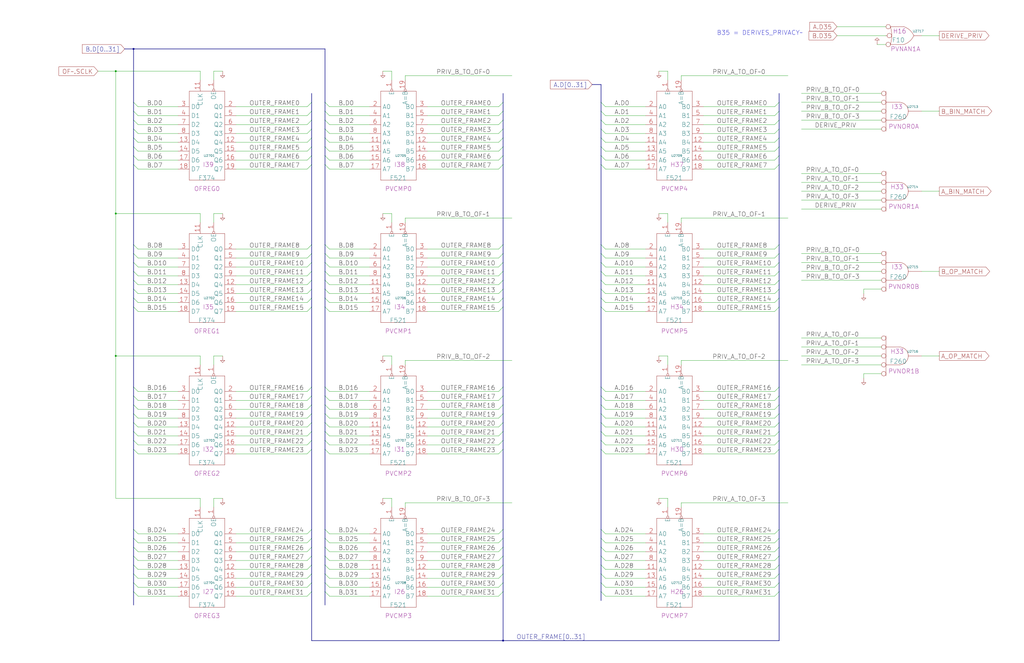
<source format=kicad_sch>
(kicad_sch (version 20250114) (generator "eeschema") (generator_version "9.0")
  (paper "User" 584.2 378.46)
  (title_block (title "PRIVACY CHECK LOGIC") (date "15-MAR-90") (rev "1.0") (comment 1 "TYPE") (comment 2 "232-003062") (comment 3 "S400") (comment 4 "RELEASED"))
  (text "B35 = DERIVES_PRIVACY~\n" (at 408.94 20.32 0) (effects (font (size 2.54 2.54)) (justify left bottom)))
  (junction (at 66.04 203.2))
  (junction (at 66.04 121.92))
  (junction (at 76.2 27.94))
  (junction (at 66.04 40.64))
  (junction (at 287.02 365.76))
  (bus_entry (at 76.2 160.02) (size 2.54 2.54))
  (bus_entry (at 342.9 332.74) (size 2.54 2.54))
  (bus_entry (at 185.42 231.14) (size 2.54 2.54))
  (bus_entry (at 287.02 312.42) (size -2.54 2.54))
  (bus_entry (at 342.9 322.58) (size 2.54 2.54))
  (bus_entry (at 177.8 154.94) (size -2.54 2.54))
  (bus_entry (at 177.8 327.66) (size -2.54 2.54))
  (bus_entry (at 185.42 175.26) (size 2.54 2.54))
  (bus_entry (at 342.9 63.5) (size 2.54 2.54))
  (bus_entry (at 177.8 220.98) (size -2.54 2.54))
  (bus_entry (at 342.9 144.78) (size 2.54 2.54))
  (bus_entry (at 185.42 322.58) (size 2.54 2.54))
  (bus_entry (at 177.8 337.82) (size -2.54 2.54))
  (bus_entry (at 287.02 220.98) (size -2.54 2.54))
  (bus_entry (at 444.5 63.5) (size -2.54 2.54))
  (bus_entry (at 185.42 236.22) (size 2.54 2.54))
  (bus_entry (at 342.9 236.22) (size 2.54 2.54))
  (bus_entry (at 76.2 154.94) (size 2.54 2.54))
  (bus_entry (at 76.2 220.98) (size 2.54 2.54))
  (bus_entry (at 444.5 78.74) (size -2.54 2.54))
  (bus_entry (at 444.5 246.38) (size -2.54 2.54))
  (bus_entry (at 444.5 93.98) (size -2.54 2.54))
  (bus_entry (at 342.9 220.98) (size 2.54 2.54))
  (bus_entry (at 185.42 93.98) (size 2.54 2.54))
  (bus_entry (at 76.2 68.58) (size 2.54 2.54))
  (bus_entry (at 185.42 58.42) (size 2.54 2.54))
  (bus_entry (at 177.8 246.38) (size -2.54 2.54))
  (bus_entry (at 185.42 154.94) (size 2.54 2.54))
  (bus_entry (at 76.2 83.82) (size 2.54 2.54))
  (bus_entry (at 287.02 302.26) (size -2.54 2.54))
  (bus_entry (at 444.5 175.26) (size -2.54 2.54))
  (bus_entry (at 287.02 322.58) (size -2.54 2.54))
  (bus_entry (at 185.42 307.34) (size 2.54 2.54))
  (bus_entry (at 76.2 88.9) (size 2.54 2.54))
  (bus_entry (at 185.42 226.06) (size 2.54 2.54))
  (bus_entry (at 287.02 73.66) (size -2.54 2.54))
  (bus_entry (at 287.02 327.66) (size -2.54 2.54))
  (bus_entry (at 444.5 88.9) (size -2.54 2.54))
  (bus_entry (at 185.42 256.54) (size 2.54 2.54))
  (bus_entry (at 76.2 322.58) (size 2.54 2.54))
  (bus_entry (at 76.2 332.74) (size 2.54 2.54))
  (bus_entry (at 177.8 88.9) (size -2.54 2.54))
  (bus_entry (at 342.9 246.38) (size 2.54 2.54))
  (bus_entry (at 76.2 226.06) (size 2.54 2.54))
  (bus_entry (at 444.5 302.26) (size -2.54 2.54))
  (bus_entry (at 444.5 231.14) (size -2.54 2.54))
  (bus_entry (at 287.02 170.18) (size -2.54 2.54))
  (bus_entry (at 342.9 83.82) (size 2.54 2.54))
  (bus_entry (at 444.5 83.82) (size -2.54 2.54))
  (bus_entry (at 185.42 149.86) (size 2.54 2.54))
  (bus_entry (at 185.42 63.5) (size 2.54 2.54))
  (bus_entry (at 177.8 312.42) (size -2.54 2.54))
  (bus_entry (at 342.9 170.18) (size 2.54 2.54))
  (bus_entry (at 177.8 231.14) (size -2.54 2.54))
  (bus_entry (at 177.8 68.58) (size -2.54 2.54))
  (bus_entry (at 342.9 307.34) (size 2.54 2.54))
  (bus_entry (at 177.8 63.5) (size -2.54 2.54))
  (bus_entry (at 444.5 160.02) (size -2.54 2.54))
  (bus_entry (at 185.42 220.98) (size 2.54 2.54))
  (bus_entry (at 185.42 73.66) (size 2.54 2.54))
  (bus_entry (at 177.8 93.98) (size -2.54 2.54))
  (bus_entry (at 177.8 83.82) (size -2.54 2.54))
  (bus_entry (at 287.02 160.02) (size -2.54 2.54))
  (bus_entry (at 444.5 73.66) (size -2.54 2.54))
  (bus_entry (at 185.42 246.38) (size 2.54 2.54))
  (bus_entry (at 177.8 73.66) (size -2.54 2.54))
  (bus_entry (at 287.02 139.7) (size -2.54 2.54))
  (bus_entry (at 342.9 241.3) (size 2.54 2.54))
  (bus_entry (at 76.2 246.38) (size 2.54 2.54))
  (bus_entry (at 76.2 251.46) (size 2.54 2.54))
  (bus_entry (at 76.2 139.7) (size 2.54 2.54))
  (bus_entry (at 287.02 317.5) (size -2.54 2.54))
  (bus_entry (at 177.8 256.54) (size -2.54 2.54))
  (bus_entry (at 342.9 226.06) (size 2.54 2.54))
  (bus_entry (at 444.5 337.82) (size -2.54 2.54))
  (bus_entry (at 342.9 231.14) (size 2.54 2.54))
  (bus_entry (at 287.02 93.98) (size -2.54 2.54))
  (bus_entry (at 177.8 317.5) (size -2.54 2.54))
  (bus_entry (at 287.02 149.86) (size -2.54 2.54))
  (bus_entry (at 76.2 78.74) (size 2.54 2.54))
  (bus_entry (at 342.9 149.86) (size 2.54 2.54))
  (bus_entry (at 177.8 307.34) (size -2.54 2.54))
  (bus_entry (at 287.02 83.82) (size -2.54 2.54))
  (bus_entry (at 342.9 78.74) (size 2.54 2.54))
  (bus_entry (at 342.9 256.54) (size 2.54 2.54))
  (bus_entry (at 76.2 58.42) (size 2.54 2.54))
  (bus_entry (at 444.5 251.46) (size -2.54 2.54))
  (bus_entry (at 342.9 160.02) (size 2.54 2.54))
  (bus_entry (at 76.2 170.18) (size 2.54 2.54))
  (bus_entry (at 287.02 226.06) (size -2.54 2.54))
  (bus_entry (at 444.5 236.22) (size -2.54 2.54))
  (bus_entry (at 185.42 170.18) (size 2.54 2.54))
  (bus_entry (at 185.42 139.7) (size 2.54 2.54))
  (bus_entry (at 287.02 307.34) (size -2.54 2.54))
  (bus_entry (at 287.02 175.26) (size -2.54 2.54))
  (bus_entry (at 177.8 78.74) (size -2.54 2.54))
  (bus_entry (at 185.42 83.82) (size 2.54 2.54))
  (bus_entry (at 76.2 317.5) (size 2.54 2.54))
  (bus_entry (at 177.8 236.22) (size -2.54 2.54))
  (bus_entry (at 177.8 302.26) (size -2.54 2.54))
  (bus_entry (at 342.9 139.7) (size 2.54 2.54))
  (bus_entry (at 177.8 170.18) (size -2.54 2.54))
  (bus_entry (at 287.02 332.74) (size -2.54 2.54))
  (bus_entry (at 177.8 226.06) (size -2.54 2.54))
  (bus_entry (at 287.02 88.9) (size -2.54 2.54))
  (bus_entry (at 342.9 317.5) (size 2.54 2.54))
  (bus_entry (at 287.02 246.38) (size -2.54 2.54))
  (bus_entry (at 444.5 154.94) (size -2.54 2.54))
  (bus_entry (at 76.2 307.34) (size 2.54 2.54))
  (bus_entry (at 177.8 144.78) (size -2.54 2.54))
  (bus_entry (at 444.5 139.7) (size -2.54 2.54))
  (bus_entry (at 177.8 251.46) (size -2.54 2.54))
  (bus_entry (at 177.8 332.74) (size -2.54 2.54))
  (bus_entry (at 76.2 63.5) (size 2.54 2.54))
  (bus_entry (at 76.2 327.66) (size 2.54 2.54))
  (bus_entry (at 76.2 236.22) (size 2.54 2.54))
  (bus_entry (at 76.2 93.98) (size 2.54 2.54))
  (bus_entry (at 76.2 144.78) (size 2.54 2.54))
  (bus_entry (at 342.9 73.66) (size 2.54 2.54))
  (bus_entry (at 342.9 302.26) (size 2.54 2.54))
  (bus_entry (at 185.42 332.74) (size 2.54 2.54))
  (bus_entry (at 444.5 220.98) (size -2.54 2.54))
  (bus_entry (at 342.9 68.58) (size 2.54 2.54))
  (bus_entry (at 444.5 170.18) (size -2.54 2.54))
  (bus_entry (at 287.02 144.78) (size -2.54 2.54))
  (bus_entry (at 287.02 165.1) (size -2.54 2.54))
  (bus_entry (at 444.5 312.42) (size -2.54 2.54))
  (bus_entry (at 177.8 322.58) (size -2.54 2.54))
  (bus_entry (at 76.2 165.1) (size 2.54 2.54))
  (bus_entry (at 287.02 231.14) (size -2.54 2.54))
  (bus_entry (at 342.9 93.98) (size 2.54 2.54))
  (bus_entry (at 287.02 256.54) (size -2.54 2.54))
  (bus_entry (at 287.02 251.46) (size -2.54 2.54))
  (bus_entry (at 444.5 144.78) (size -2.54 2.54))
  (bus_entry (at 342.9 251.46) (size 2.54 2.54))
  (bus_entry (at 76.2 337.82) (size 2.54 2.54))
  (bus_entry (at 185.42 317.5) (size 2.54 2.54))
  (bus_entry (at 444.5 256.54) (size -2.54 2.54))
  (bus_entry (at 185.42 160.02) (size 2.54 2.54))
  (bus_entry (at 177.8 175.26) (size -2.54 2.54))
  (bus_entry (at 177.8 160.02) (size -2.54 2.54))
  (bus_entry (at 76.2 73.66) (size 2.54 2.54))
  (bus_entry (at 342.9 175.26) (size 2.54 2.54))
  (bus_entry (at 444.5 149.86) (size -2.54 2.54))
  (bus_entry (at 287.02 63.5) (size -2.54 2.54))
  (bus_entry (at 185.42 302.26) (size 2.54 2.54))
  (bus_entry (at 287.02 154.94) (size -2.54 2.54))
  (bus_entry (at 444.5 322.58) (size -2.54 2.54))
  (bus_entry (at 444.5 327.66) (size -2.54 2.54))
  (bus_entry (at 185.42 68.58) (size 2.54 2.54))
  (bus_entry (at 444.5 332.74) (size -2.54 2.54))
  (bus_entry (at 342.9 337.82) (size 2.54 2.54))
  (bus_entry (at 444.5 226.06) (size -2.54 2.54))
  (bus_entry (at 287.02 236.22) (size -2.54 2.54))
  (bus_entry (at 177.8 165.1) (size -2.54 2.54))
  (bus_entry (at 342.9 58.42) (size 2.54 2.54))
  (bus_entry (at 342.9 165.1) (size 2.54 2.54))
  (bus_entry (at 76.2 312.42) (size 2.54 2.54))
  (bus_entry (at 185.42 78.74) (size 2.54 2.54))
  (bus_entry (at 185.42 327.66) (size 2.54 2.54))
  (bus_entry (at 185.42 241.3) (size 2.54 2.54))
  (bus_entry (at 177.8 139.7) (size -2.54 2.54))
  (bus_entry (at 342.9 327.66) (size 2.54 2.54))
  (bus_entry (at 177.8 58.42) (size -2.54 2.54))
  (bus_entry (at 342.9 88.9) (size 2.54 2.54))
  (bus_entry (at 177.8 241.3) (size -2.54 2.54))
  (bus_entry (at 444.5 68.58) (size -2.54 2.54))
  (bus_entry (at 76.2 175.26) (size 2.54 2.54))
  (bus_entry (at 287.02 58.42) (size -2.54 2.54))
  (bus_entry (at 185.42 88.9) (size 2.54 2.54))
  (bus_entry (at 287.02 68.58) (size -2.54 2.54))
  (bus_entry (at 342.9 154.94) (size 2.54 2.54))
  (bus_entry (at 76.2 302.26) (size 2.54 2.54))
  (bus_entry (at 287.02 78.74) (size -2.54 2.54))
  (bus_entry (at 444.5 241.3) (size -2.54 2.54))
  (bus_entry (at 76.2 256.54) (size 2.54 2.54))
  (bus_entry (at 76.2 149.86) (size 2.54 2.54))
  (bus_entry (at 185.42 337.82) (size 2.54 2.54))
  (bus_entry (at 444.5 58.42) (size -2.54 2.54))
  (bus_entry (at 76.2 231.14) (size 2.54 2.54))
  (bus_entry (at 185.42 165.1) (size 2.54 2.54))
  (bus_entry (at 444.5 165.1) (size -2.54 2.54))
  (bus_entry (at 185.42 144.78) (size 2.54 2.54))
  (bus_entry (at 177.8 149.86) (size -2.54 2.54))
  (bus_entry (at 444.5 307.34) (size -2.54 2.54))
  (bus_entry (at 185.42 312.42) (size 2.54 2.54))
  (bus_entry (at 185.42 251.46) (size 2.54 2.54))
  (bus_entry (at 287.02 337.82) (size -2.54 2.54))
  (bus_entry (at 342.9 312.42) (size 2.54 2.54))
  (bus_entry (at 76.2 241.3) (size 2.54 2.54))
  (bus_entry (at 444.5 317.5) (size -2.54 2.54))
  (bus_entry (at 287.02 241.3) (size -2.54 2.54))
  (wire (pts (xy 78.74 320.04) (xy 101.6 320.04)))
  (wire (pts (xy 345.44 86.36) (xy 368.3 86.36)))
  (wire (pts (xy 345.44 157.48) (xy 368.3 157.48)))
  (bus (pts (xy 185.42 149.86) (xy 185.42 154.94)))
  (wire (pts (xy 114.3 45.72) (xy 114.3 40.64)))
  (bus (pts (xy 287.02 302.26) (xy 287.02 307.34)))
  (wire (pts (xy 457.2 144.78) (xy 502.92 144.78)))
  (bus (pts (xy 342.9 154.94) (xy 342.9 160.02)))
  (wire (pts (xy 401.32 304.8) (xy 441.96 304.8)))
  (wire (pts (xy 78.74 96.52) (xy 101.6 96.52)))
  (wire (pts (xy 388.62 208.28) (xy 388.62 205.74)))
  (bus (pts (xy 444.5 332.74) (xy 444.5 337.82)))
  (bus (pts (xy 287.02 231.14) (xy 287.02 236.22)))
  (wire (pts (xy 401.32 91.44) (xy 441.96 91.44)))
  (bus (pts (xy 185.42 88.9) (xy 185.42 93.98)))
  (wire (pts (xy 345.44 162.56) (xy 368.3 162.56)))
  (wire (pts (xy 243.84 233.68) (xy 284.48 233.68)))
  (wire (pts (xy 134.62 309.88) (xy 175.26 309.88)))
  (bus (pts (xy 444.5 160.02) (xy 444.5 165.1)))
  (wire (pts (xy 218.44 284.48) (xy 223.52 284.48)))
  (wire (pts (xy 187.96 314.96) (xy 210.82 314.96)))
  (wire (pts (xy 134.62 172.72) (xy 175.26 172.72)))
  (bus (pts (xy 444.5 322.58) (xy 444.5 327.66)))
  (bus (pts (xy 177.8 88.9) (xy 177.8 93.98)))
  (wire (pts (xy 66.04 203.2) (xy 66.04 121.92)))
  (bus (pts (xy 76.2 73.66) (xy 76.2 78.74)))
  (wire (pts (xy 345.44 330.2) (xy 368.3 330.2)))
  (wire (pts (xy 388.62 205.74) (xy 449.58 205.74)))
  (wire (pts (xy 401.32 81.28) (xy 441.96 81.28)))
  (wire (pts (xy 187.96 228.6) (xy 210.82 228.6)))
  (bus (pts (xy 185.42 322.58) (xy 185.42 327.66)))
  (wire (pts (xy 223.52 289.56) (xy 223.52 284.48)))
  (wire (pts (xy 223.52 127) (xy 223.52 121.92)))
  (wire (pts (xy 457.2 149.86) (xy 502.92 149.86)))
  (bus (pts (xy 444.5 302.26) (xy 444.5 307.34)))
  (wire (pts (xy 243.84 335.28) (xy 284.48 335.28)))
  (wire (pts (xy 345.44 147.32) (xy 368.3 147.32)))
  (bus (pts (xy 76.2 175.26) (xy 76.2 220.98)))
  (wire (pts (xy 388.62 127) (xy 388.62 124.46)))
  (bus (pts (xy 177.8 165.1) (xy 177.8 170.18)))
  (wire (pts (xy 345.44 177.8) (xy 368.3 177.8)))
  (wire (pts (xy 187.96 243.84) (xy 210.82 243.84)))
  (bus (pts (xy 177.8 93.98) (xy 177.8 139.7)))
  (wire (pts (xy 231.14 289.56) (xy 231.14 287.02)))
  (wire (pts (xy 401.32 142.24) (xy 441.96 142.24)))
  (wire (pts (xy 187.96 340.36) (xy 210.82 340.36)))
  (wire (pts (xy 134.62 248.92) (xy 175.26 248.92)))
  (bus (pts (xy 287.02 149.86) (xy 287.02 154.94)))
  (wire (pts (xy 231.14 43.18) (xy 292.1 43.18)))
  (wire (pts (xy 243.84 248.92) (xy 284.48 248.92)))
  (bus (pts (xy 185.42 220.98) (xy 185.42 226.06)))
  (bus (pts (xy 177.8 256.54) (xy 177.8 302.26)))
  (wire (pts (xy 187.96 76.2) (xy 210.82 76.2)))
  (bus (pts (xy 185.42 83.82) (xy 185.42 88.9)))
  (bus (pts (xy 287.02 236.22) (xy 287.02 241.3)))
  (wire (pts (xy 134.62 259.08) (xy 175.26 259.08)))
  (wire (pts (xy 345.44 314.96) (xy 368.3 314.96)))
  (wire (pts (xy 243.84 157.48) (xy 284.48 157.48)))
  (wire (pts (xy 381 127) (xy 381 121.92)))
  (wire (pts (xy 345.44 340.36) (xy 368.3 340.36)))
  (bus (pts (xy 444.5 170.18) (xy 444.5 175.26)))
  (wire (pts (xy 345.44 172.72) (xy 368.3 172.72)))
  (wire (pts (xy 78.74 167.64) (xy 101.6 167.64)))
  (bus (pts (xy 177.8 332.74) (xy 177.8 337.82)))
  (wire (pts (xy 388.62 45.72) (xy 388.62 43.18)))
  (bus (pts (xy 287.02 68.58) (xy 287.02 73.66)))
  (bus (pts (xy 76.2 332.74) (xy 76.2 337.82)))
  (bus (pts (xy 342.9 93.98) (xy 342.9 139.7)))
  (wire (pts (xy 223.52 208.28) (xy 223.52 203.2)))
  (wire (pts (xy 134.62 147.32) (xy 175.26 147.32)))
  (wire (pts (xy 500.38 25.4) (xy 505.46 25.4)))
  (wire (pts (xy 231.14 287.02) (xy 292.1 287.02)))
  (wire (pts (xy 134.62 142.24) (xy 175.26 142.24)))
  (bus (pts (xy 177.8 307.34) (xy 177.8 312.42)))
  (wire (pts (xy 345.44 243.84) (xy 368.3 243.84)))
  (bus (pts (xy 337.82 48.26) (xy 342.9 48.26)))
  (wire (pts (xy 134.62 243.84) (xy 175.26 243.84)))
  (bus (pts (xy 76.2 27.94) (xy 185.42 27.94)))
  (wire (pts (xy 457.2 160.02) (xy 502.92 160.02)))
  (wire (pts (xy 401.32 66.04) (xy 441.96 66.04)))
  (wire (pts (xy 121.92 284.48) (xy 121.92 289.56)))
  (bus (pts (xy 177.8 68.58) (xy 177.8 73.66)))
  (bus (pts (xy 342.9 63.5) (xy 342.9 68.58)))
  (wire (pts (xy 457.2 203.2) (xy 502.92 203.2)))
  (bus (pts (xy 342.9 226.06) (xy 342.9 231.14)))
  (wire (pts (xy 78.74 238.76) (xy 101.6 238.76)))
  (wire (pts (xy 375.92 40.64) (xy 381 40.64)))
  (bus (pts (xy 287.02 332.74) (xy 287.02 337.82)))
  (bus (pts (xy 444.5 236.22) (xy 444.5 241.3)))
  (wire (pts (xy 78.74 91.44) (xy 101.6 91.44)))
  (bus (pts (xy 76.2 149.86) (xy 76.2 154.94)))
  (wire (pts (xy 525.78 154.94) (xy 535.94 154.94)))
  (wire (pts (xy 187.96 60.96) (xy 210.82 60.96)))
  (bus (pts (xy 444.5 149.86) (xy 444.5 154.94)))
  (wire (pts (xy 78.74 304.8) (xy 101.6 304.8)))
  (bus (pts (xy 185.42 93.98) (xy 185.42 139.7)))
  (wire (pts (xy 345.44 96.52) (xy 368.3 96.52)))
  (bus (pts (xy 185.42 317.5) (xy 185.42 322.58)))
  (wire (pts (xy 457.2 114.3) (xy 502.92 114.3)))
  (bus (pts (xy 287.02 139.7) (xy 287.02 144.78)))
  (wire (pts (xy 243.84 142.24) (xy 284.48 142.24)))
  (wire (pts (xy 401.32 167.64) (xy 441.96 167.64)))
  (bus (pts (xy 177.8 63.5) (xy 177.8 68.58)))
  (bus (pts (xy 185.42 236.22) (xy 185.42 241.3)))
  (wire (pts (xy 114.3 289.56) (xy 114.3 284.48)))
  (wire (pts (xy 345.44 304.8) (xy 368.3 304.8)))
  (bus (pts (xy 342.9 251.46) (xy 342.9 256.54)))
  (bus (pts (xy 342.9 149.86) (xy 342.9 154.94)))
  (wire (pts (xy 381 45.72) (xy 381 40.64)))
  (wire (pts (xy 187.96 325.12) (xy 210.82 325.12)))
  (bus (pts (xy 185.42 231.14) (xy 185.42 236.22)))
  (bus (pts (xy 444.5 312.42) (xy 444.5 317.5)))
  (wire (pts (xy 457.2 99.06) (xy 502.92 99.06)))
  (wire (pts (xy 243.84 259.08) (xy 284.48 259.08)))
  (wire (pts (xy 375.92 284.48) (xy 381 284.48)))
  (wire (pts (xy 78.74 71.12) (xy 101.6 71.12)))
  (bus (pts (xy 76.2 251.46) (xy 76.2 256.54)))
  (wire (pts (xy 502.92 165.1) (xy 492.76 165.1)))
  (wire (pts (xy 401.32 223.52) (xy 441.96 223.52)))
  (bus (pts (xy 177.8 139.7) (xy 177.8 144.78)))
  (bus (pts (xy 342.9 48.26) (xy 342.9 58.42)))
  (wire (pts (xy 134.62 340.36) (xy 175.26 340.36)))
  (wire (pts (xy 187.96 233.68) (xy 210.82 233.68)))
  (wire (pts (xy 243.84 304.8) (xy 284.48 304.8)))
  (wire (pts (xy 401.32 172.72) (xy 441.96 172.72)))
  (wire (pts (xy 134.62 177.8) (xy 175.26 177.8)))
  (bus (pts (xy 76.2 160.02) (xy 76.2 165.1)))
  (wire (pts (xy 187.96 81.28) (xy 210.82 81.28)))
  (wire (pts (xy 134.62 91.44) (xy 175.26 91.44)))
  (wire (pts (xy 401.32 233.68) (xy 441.96 233.68)))
  (wire (pts (xy 457.2 104.14) (xy 502.92 104.14)))
  (wire (pts (xy 127 284.48) (xy 121.92 284.48)))
  (bus (pts (xy 177.8 246.38) (xy 177.8 251.46)))
  (wire (pts (xy 134.62 330.2) (xy 175.26 330.2)))
  (bus (pts (xy 76.2 236.22) (xy 76.2 241.3)))
  (bus (pts (xy 76.2 139.7) (xy 76.2 144.78)))
  (bus (pts (xy 185.42 332.74) (xy 185.42 337.82)))
  (bus (pts (xy 177.8 312.42) (xy 177.8 317.5)))
  (wire (pts (xy 114.3 203.2) (xy 66.04 203.2)))
  (wire (pts (xy 78.74 243.84) (xy 101.6 243.84)))
  (wire (pts (xy 401.32 309.88) (xy 441.96 309.88)))
  (wire (pts (xy 134.62 233.68) (xy 175.26 233.68)))
  (bus (pts (xy 177.8 302.26) (xy 177.8 307.34)))
  (bus (pts (xy 287.02 53.34) (xy 287.02 58.42)))
  (wire (pts (xy 78.74 335.28) (xy 101.6 335.28)))
  (bus (pts (xy 76.2 27.94) (xy 76.2 58.42)))
  (wire (pts (xy 231.14 124.46) (xy 292.1 124.46)))
  (wire (pts (xy 187.96 335.28) (xy 210.82 335.28)))
  (bus (pts (xy 444.5 58.42) (xy 444.5 63.5)))
  (bus (pts (xy 444.5 139.7) (xy 444.5 144.78)))
  (bus (pts (xy 287.02 256.54) (xy 287.02 302.26)))
  (bus (pts (xy 444.5 241.3) (xy 444.5 246.38)))
  (bus (pts (xy 444.5 154.94) (xy 444.5 160.02)))
  (wire (pts (xy 388.62 124.46) (xy 449.58 124.46)))
  (bus (pts (xy 185.42 144.78) (xy 185.42 149.86)))
  (wire (pts (xy 127 203.2) (xy 121.92 203.2)))
  (bus (pts (xy 177.8 231.14) (xy 177.8 236.22)))
  (bus (pts (xy 342.9 170.18) (xy 342.9 175.26)))
  (wire (pts (xy 401.32 60.96) (xy 441.96 60.96)))
  (bus (pts (xy 185.42 175.26) (xy 185.42 220.98)))
  (bus (pts (xy 444.5 226.06) (xy 444.5 231.14)))
  (wire (pts (xy 243.84 228.6) (xy 284.48 228.6)))
  (wire (pts (xy 243.84 66.04) (xy 284.48 66.04)))
  (wire (pts (xy 78.74 162.56) (xy 101.6 162.56)))
  (bus (pts (xy 185.42 226.06) (xy 185.42 231.14)))
  (wire (pts (xy 187.96 330.2) (xy 210.82 330.2)))
  (wire (pts (xy 121.92 40.64) (xy 121.92 45.72)))
  (wire (pts (xy 457.2 63.5) (xy 502.92 63.5)))
  (wire (pts (xy 345.44 76.2) (xy 368.3 76.2)))
  (wire (pts (xy 134.62 81.28) (xy 175.26 81.28)))
  (bus (pts (xy 185.42 241.3) (xy 185.42 246.38)))
  (wire (pts (xy 134.62 152.4) (xy 175.26 152.4)))
  (wire (pts (xy 243.84 177.8) (xy 284.48 177.8)))
  (wire (pts (xy 114.3 208.28) (xy 114.3 203.2)))
  (wire (pts (xy 218.44 121.92) (xy 223.52 121.92)))
  (wire (pts (xy 243.84 320.04) (xy 284.48 320.04)))
  (bus (pts (xy 76.2 231.14) (xy 76.2 236.22)))
  (bus (pts (xy 177.8 58.42) (xy 177.8 63.5)))
  (bus (pts (xy 76.2 256.54) (xy 76.2 302.26)))
  (bus (pts (xy 177.8 327.66) (xy 177.8 332.74)))
  (bus (pts (xy 444.5 251.46) (xy 444.5 256.54)))
  (bus (pts (xy 287.02 307.34) (xy 287.02 312.42)))
  (wire (pts (xy 78.74 147.32) (xy 101.6 147.32)))
  (wire (pts (xy 78.74 254) (xy 101.6 254)))
  (bus (pts (xy 444.5 73.66) (xy 444.5 78.74)))
  (bus (pts (xy 342.9 165.1) (xy 342.9 170.18)))
  (bus (pts (xy 444.5 220.98) (xy 444.5 226.06)))
  (wire (pts (xy 78.74 172.72) (xy 101.6 172.72)))
  (bus (pts (xy 177.8 53.34) (xy 177.8 58.42)))
  (bus (pts (xy 287.02 220.98) (xy 287.02 226.06)))
  (bus (pts (xy 287.02 160.02) (xy 287.02 165.1)))
  (bus (pts (xy 177.8 220.98) (xy 177.8 226.06)))
  (bus (pts (xy 444.5 78.74) (xy 444.5 83.82)))
  (bus (pts (xy 76.2 78.74) (xy 76.2 83.82)))
  (bus (pts (xy 342.9 68.58) (xy 342.9 73.66)))
  (wire (pts (xy 78.74 325.12) (xy 101.6 325.12)))
  (wire (pts (xy 243.84 71.12) (xy 284.48 71.12)))
  (wire (pts (xy 127 121.92) (xy 121.92 121.92)))
  (bus (pts (xy 177.8 241.3) (xy 177.8 246.38)))
  (wire (pts (xy 345.44 254) (xy 368.3 254)))
  (wire (pts (xy 187.96 71.12) (xy 210.82 71.12)))
  (wire (pts (xy 187.96 142.24) (xy 210.82 142.24)))
  (wire (pts (xy 345.44 81.28) (xy 368.3 81.28)))
  (wire (pts (xy 243.84 76.2) (xy 284.48 76.2)))
  (wire (pts (xy 457.2 193.04) (xy 502.92 193.04)))
  (wire (pts (xy 457.2 73.66) (xy 502.92 73.66)))
  (wire (pts (xy 388.62 287.02) (xy 449.58 287.02)))
  (wire (pts (xy 231.14 208.28) (xy 231.14 205.74)))
  (wire (pts (xy 401.32 152.4) (xy 441.96 152.4)))
  (wire (pts (xy 401.32 243.84) (xy 441.96 243.84)))
  (bus (pts (xy 342.9 302.26) (xy 342.9 307.34)))
  (bus (pts (xy 444.5 317.5) (xy 444.5 322.58)))
  (wire (pts (xy 114.3 127) (xy 114.3 121.92)))
  (wire (pts (xy 134.62 60.96) (xy 175.26 60.96)))
  (bus (pts (xy 185.42 27.94) (xy 185.42 58.42)))
  (bus (pts (xy 287.02 312.42) (xy 287.02 317.5)))
  (wire (pts (xy 243.84 238.76) (xy 284.48 238.76)))
  (wire (pts (xy 187.96 147.32) (xy 210.82 147.32)))
  (wire (pts (xy 345.44 152.4) (xy 368.3 152.4)))
  (wire (pts (xy 78.74 330.2) (xy 101.6 330.2)))
  (wire (pts (xy 78.74 228.6) (xy 101.6 228.6)))
  (bus (pts (xy 76.2 58.42) (xy 76.2 63.5)))
  (wire (pts (xy 134.62 304.8) (xy 175.26 304.8)))
  (wire (pts (xy 231.14 127) (xy 231.14 124.46)))
  (wire (pts (xy 525.78 203.2) (xy 535.94 203.2)))
  (wire (pts (xy 187.96 91.44) (xy 210.82 91.44)))
  (bus (pts (xy 287.02 154.94) (xy 287.02 160.02)))
  (bus (pts (xy 444.5 88.9) (xy 444.5 93.98)))
  (wire (pts (xy 457.2 198.12) (xy 502.92 198.12)))
  (bus (pts (xy 76.2 246.38) (xy 76.2 251.46)))
  (wire (pts (xy 243.84 172.72) (xy 284.48 172.72)))
  (wire (pts (xy 78.74 314.96) (xy 101.6 314.96)))
  (wire (pts (xy 243.84 340.36) (xy 284.48 340.36)))
  (bus (pts (xy 444.5 93.98) (xy 444.5 139.7)))
  (bus (pts (xy 342.9 175.26) (xy 342.9 220.98)))
  (wire (pts (xy 401.32 325.12) (xy 441.96 325.12)))
  (wire (pts (xy 388.62 289.56) (xy 388.62 287.02)))
  (bus (pts (xy 444.5 327.66) (xy 444.5 332.74)))
  (bus (pts (xy 177.8 78.74) (xy 177.8 83.82)))
  (bus (pts (xy 185.42 337.82) (xy 185.42 345.44)))
  (bus (pts (xy 444.5 231.14) (xy 444.5 236.22)))
  (bus (pts (xy 287.02 73.66) (xy 287.02 78.74)))
  (bus (pts (xy 177.8 175.26) (xy 177.8 220.98)))
  (bus (pts (xy 444.5 307.34) (xy 444.5 312.42)))
  (bus (pts (xy 287.02 165.1) (xy 287.02 170.18)))
  (wire (pts (xy 401.32 71.12) (xy 441.96 71.12)))
  (bus (pts (xy 177.8 160.02) (xy 177.8 165.1)))
  (wire (pts (xy 457.2 208.28) (xy 502.92 208.28)))
  (bus (pts (xy 342.9 73.66) (xy 342.9 78.74)))
  (bus (pts (xy 76.2 327.66) (xy 76.2 332.74)))
  (wire (pts (xy 243.84 96.52) (xy 284.48 96.52)))
  (bus (pts (xy 185.42 256.54) (xy 185.42 302.26)))
  (bus (pts (xy 76.2 88.9) (xy 76.2 93.98)))
  (wire (pts (xy 345.44 325.12) (xy 368.3 325.12)))
  (wire (pts (xy 187.96 66.04) (xy 210.82 66.04)))
  (wire (pts (xy 345.44 71.12) (xy 368.3 71.12)))
  (bus (pts (xy 287.02 226.06) (xy 287.02 231.14)))
  (wire (pts (xy 457.2 109.22) (xy 502.92 109.22)))
  (wire (pts (xy 78.74 81.28) (xy 101.6 81.28)))
  (bus (pts (xy 177.8 322.58) (xy 177.8 327.66)))
  (bus (pts (xy 287.02 93.98) (xy 287.02 139.7)))
  (wire (pts (xy 345.44 142.24) (xy 368.3 142.24)))
  (wire (pts (xy 134.62 162.56) (xy 175.26 162.56)))
  (wire (pts (xy 401.32 340.36) (xy 441.96 340.36)))
  (wire (pts (xy 401.32 335.28) (xy 441.96 335.28)))
  (bus (pts (xy 76.2 302.26) (xy 76.2 307.34)))
  (wire (pts (xy 243.84 60.96) (xy 284.48 60.96)))
  (wire (pts (xy 401.32 177.8) (xy 441.96 177.8)))
  (wire (pts (xy 381 289.56) (xy 381 284.48)))
  (bus (pts (xy 287.02 78.74) (xy 287.02 83.82)))
  (wire (pts (xy 401.32 86.36) (xy 441.96 86.36)))
  (wire (pts (xy 187.96 86.36) (xy 210.82 86.36)))
  (wire (pts (xy 243.84 314.96) (xy 284.48 314.96)))
  (wire (pts (xy 401.32 254) (xy 441.96 254)))
  (bus (pts (xy 71.12 27.94) (xy 76.2 27.94)))
  (bus (pts (xy 342.9 78.74) (xy 342.9 83.82)))
  (bus (pts (xy 185.42 246.38) (xy 185.42 251.46)))
  (wire (pts (xy 525.78 20.32) (xy 535.94 20.32)))
  (wire (pts (xy 78.74 309.88) (xy 101.6 309.88)))
  (wire (pts (xy 134.62 96.52) (xy 175.26 96.52)))
  (bus (pts (xy 342.9 256.54) (xy 342.9 302.26)))
  (wire (pts (xy 114.3 284.48) (xy 66.04 284.48)))
  (wire (pts (xy 477.52 15.24) (xy 505.46 15.24)))
  (wire (pts (xy 457.2 58.42) (xy 502.92 58.42)))
  (wire (pts (xy 66.04 284.48) (xy 66.04 203.2)))
  (wire (pts (xy 243.84 325.12) (xy 284.48 325.12)))
  (wire (pts (xy 66.04 121.92) (xy 66.04 40.64)))
  (wire (pts (xy 187.96 223.52) (xy 210.82 223.52)))
  (wire (pts (xy 78.74 233.68) (xy 101.6 233.68)))
  (wire (pts (xy 401.32 157.48) (xy 441.96 157.48)))
  (wire (pts (xy 401.32 147.32) (xy 441.96 147.32)))
  (bus (pts (xy 185.42 312.42) (xy 185.42 317.5)))
  (bus (pts (xy 342.9 337.82) (xy 342.9 342.9)))
  (bus (pts (xy 342.9 88.9) (xy 342.9 93.98)))
  (wire (pts (xy 187.96 167.64) (xy 210.82 167.64)))
  (bus (pts (xy 444.5 63.5) (xy 444.5 68.58)))
  (bus (pts (xy 76.2 317.5) (xy 76.2 322.58)))
  (bus (pts (xy 287.02 365.76) (xy 177.8 365.76)))
  (wire (pts (xy 78.74 157.48) (xy 101.6 157.48)))
  (wire (pts (xy 243.84 223.52) (xy 284.48 223.52)))
  (bus (pts (xy 185.42 165.1) (xy 185.42 170.18)))
  (bus (pts (xy 444.5 246.38) (xy 444.5 251.46)))
  (bus (pts (xy 444.5 365.76) (xy 287.02 365.76)))
  (wire (pts (xy 345.44 233.68) (xy 368.3 233.68)))
  (bus (pts (xy 76.2 170.18) (xy 76.2 175.26)))
  (bus (pts (xy 444.5 68.58) (xy 444.5 73.66)))
  (bus (pts (xy 287.02 317.5) (xy 287.02 322.58)))
  (bus (pts (xy 177.8 144.78) (xy 177.8 149.86)))
  (wire (pts (xy 401.32 259.08) (xy 441.96 259.08)))
  (wire (pts (xy 218.44 203.2) (xy 223.52 203.2)))
  (bus (pts (xy 185.42 307.34) (xy 185.42 312.42)))
  (wire (pts (xy 457.2 154.94) (xy 502.92 154.94)))
  (bus (pts (xy 287.02 251.46) (xy 287.02 256.54)))
  (wire (pts (xy 78.74 142.24) (xy 101.6 142.24)))
  (bus (pts (xy 185.42 327.66) (xy 185.42 332.74)))
  (wire (pts (xy 345.44 223.52) (xy 368.3 223.52)))
  (wire (pts (xy 375.92 121.92) (xy 381 121.92)))
  (wire (pts (xy 134.62 223.52) (xy 175.26 223.52)))
  (bus (pts (xy 287.02 246.38) (xy 287.02 251.46)))
  (wire (pts (xy 134.62 71.12) (xy 175.26 71.12)))
  (wire (pts (xy 345.44 259.08) (xy 368.3 259.08)))
  (wire (pts (xy 345.44 320.04) (xy 368.3 320.04)))
  (bus (pts (xy 177.8 170.18) (xy 177.8 175.26)))
  (bus (pts (xy 287.02 83.82) (xy 287.02 88.9)))
  (bus (pts (xy 76.2 337.82) (xy 76.2 345.44)))
  (wire (pts (xy 134.62 325.12) (xy 175.26 325.12)))
  (wire (pts (xy 477.52 20.32) (xy 505.46 20.32)))
  (bus (pts (xy 444.5 175.26) (xy 444.5 220.98)))
  (bus (pts (xy 287.02 144.78) (xy 287.02 149.86)))
  (bus (pts (xy 444.5 165.1) (xy 444.5 170.18)))
  (bus (pts (xy 185.42 78.74) (xy 185.42 83.82)))
  (bus (pts (xy 76.2 165.1) (xy 76.2 170.18)))
  (wire (pts (xy 134.62 320.04) (xy 175.26 320.04)))
  (wire (pts (xy 134.62 228.6) (xy 175.26 228.6)))
  (wire (pts (xy 243.84 167.64) (xy 284.48 167.64)))
  (wire (pts (xy 134.62 76.2) (xy 175.26 76.2)))
  (wire (pts (xy 66.04 40.64) (xy 55.88 40.64)))
  (wire (pts (xy 243.84 330.2) (xy 284.48 330.2)))
  (wire (pts (xy 134.62 66.04) (xy 175.26 66.04)))
  (bus (pts (xy 76.2 241.3) (xy 76.2 246.38)))
  (bus (pts (xy 185.42 58.42) (xy 185.42 63.5)))
  (wire (pts (xy 223.52 45.72) (xy 223.52 40.64)))
  (bus (pts (xy 185.42 73.66) (xy 185.42 78.74)))
  (wire (pts (xy 401.32 238.76) (xy 441.96 238.76)))
  (bus (pts (xy 287.02 322.58) (xy 287.02 327.66)))
  (bus (pts (xy 177.8 83.82) (xy 177.8 88.9)))
  (bus (pts (xy 342.9 332.74) (xy 342.9 337.82)))
  (bus (pts (xy 76.2 83.82) (xy 76.2 88.9)))
  (wire (pts (xy 243.84 91.44) (xy 284.48 91.44)))
  (wire (pts (xy 345.44 309.88) (xy 368.3 309.88)))
  (bus (pts (xy 444.5 144.78) (xy 444.5 149.86)))
  (wire (pts (xy 492.76 213.36) (xy 492.76 215.9)))
  (wire (pts (xy 243.84 86.36) (xy 284.48 86.36)))
  (wire (pts (xy 388.62 43.18) (xy 449.58 43.18)))
  (wire (pts (xy 187.96 177.8) (xy 210.82 177.8)))
  (bus (pts (xy 177.8 226.06) (xy 177.8 231.14)))
  (bus (pts (xy 287.02 175.26) (xy 287.02 220.98)))
  (wire (pts (xy 187.96 320.04) (xy 210.82 320.04)))
  (bus (pts (xy 444.5 83.82) (xy 444.5 88.9)))
  (wire (pts (xy 114.3 121.92) (xy 66.04 121.92)))
  (bus (pts (xy 177.8 154.94) (xy 177.8 160.02)))
  (bus (pts (xy 287.02 170.18) (xy 287.02 175.26)))
  (wire (pts (xy 243.84 243.84) (xy 284.48 243.84)))
  (bus (pts (xy 342.9 83.82) (xy 342.9 88.9)))
  (wire (pts (xy 345.44 167.64) (xy 368.3 167.64)))
  (bus (pts (xy 342.9 322.58) (xy 342.9 327.66)))
  (bus (pts (xy 76.2 154.94) (xy 76.2 160.02)))
  (bus (pts (xy 76.2 322.58) (xy 76.2 327.66)))
  (wire (pts (xy 187.96 304.8) (xy 210.82 304.8)))
  (wire (pts (xy 78.74 66.04) (xy 101.6 66.04)))
  (bus (pts (xy 287.02 58.42) (xy 287.02 63.5)))
  (wire (pts (xy 345.44 228.6) (xy 368.3 228.6)))
  (wire (pts (xy 187.96 152.4) (xy 210.82 152.4)))
  (wire (pts (xy 134.62 86.36) (xy 175.26 86.36)))
  (wire (pts (xy 127 40.64) (xy 121.92 40.64)))
  (wire (pts (xy 345.44 91.44) (xy 368.3 91.44)))
  (wire (pts (xy 345.44 238.76) (xy 368.3 238.76)))
  (bus (pts (xy 185.42 302.26) (xy 185.42 307.34)))
  (wire (pts (xy 187.96 96.52) (xy 210.82 96.52)))
  (wire (pts (xy 187.96 238.76) (xy 210.82 238.76)))
  (wire (pts (xy 134.62 167.64) (xy 175.26 167.64)))
  (bus (pts (xy 342.9 144.78) (xy 342.9 149.86)))
  (bus (pts (xy 444.5 337.82) (xy 444.5 365.76)))
  (bus (pts (xy 185.42 160.02) (xy 185.42 165.1)))
  (wire (pts (xy 134.62 314.96) (xy 175.26 314.96)))
  (wire (pts (xy 218.44 40.64) (xy 223.52 40.64)))
  (bus (pts (xy 76.2 144.78) (xy 76.2 149.86)))
  (wire (pts (xy 492.76 165.1) (xy 492.76 167.64)))
  (bus (pts (xy 287.02 63.5) (xy 287.02 68.58)))
  (wire (pts (xy 243.84 162.56) (xy 284.48 162.56)))
  (bus (pts (xy 185.42 68.58) (xy 185.42 73.66)))
  (bus (pts (xy 76.2 307.34) (xy 76.2 312.42)))
  (wire (pts (xy 78.74 152.4) (xy 101.6 152.4)))
  (wire (pts (xy 345.44 248.92) (xy 368.3 248.92)))
  (wire (pts (xy 525.78 63.5) (xy 535.94 63.5)))
  (wire (pts (xy 134.62 157.48) (xy 175.26 157.48)))
  (wire (pts (xy 401.32 228.6) (xy 441.96 228.6)))
  (wire (pts (xy 401.32 76.2) (xy 441.96 76.2)))
  (bus (pts (xy 76.2 220.98) (xy 76.2 226.06)))
  (wire (pts (xy 345.44 60.96) (xy 368.3 60.96)))
  (wire (pts (xy 345.44 335.28) (xy 368.3 335.28)))
  (wire (pts (xy 187.96 248.92) (xy 210.82 248.92)))
  (bus (pts (xy 76.2 226.06) (xy 76.2 231.14)))
  (wire (pts (xy 401.32 96.52) (xy 441.96 96.52)))
  (wire (pts (xy 243.84 309.88) (xy 284.48 309.88)))
  (bus (pts (xy 177.8 236.22) (xy 177.8 241.3)))
  (wire (pts (xy 78.74 86.36) (xy 101.6 86.36)))
  (wire (pts (xy 187.96 259.08) (xy 210.82 259.08)))
  (wire (pts (xy 525.78 109.22) (xy 535.94 109.22)))
  (wire (pts (xy 134.62 254) (xy 175.26 254)))
  (bus (pts (xy 342.9 160.02) (xy 342.9 165.1)))
  (bus (pts (xy 342.9 312.42) (xy 342.9 317.5)))
  (wire (pts (xy 121.92 121.92) (xy 121.92 127)))
  (wire (pts (xy 243.84 152.4) (xy 284.48 152.4)))
  (wire (pts (xy 401.32 248.92) (xy 441.96 248.92)))
  (bus (pts (xy 342.9 317.5) (xy 342.9 322.58)))
  (bus (pts (xy 342.9 58.42) (xy 342.9 63.5)))
  (bus (pts (xy 342.9 220.98) (xy 342.9 226.06)))
  (wire (pts (xy 134.62 335.28) (xy 175.26 335.28)))
  (wire (pts (xy 401.32 314.96) (xy 441.96 314.96)))
  (bus (pts (xy 342.9 231.14) (xy 342.9 236.22)))
  (wire (pts (xy 78.74 76.2) (xy 101.6 76.2)))
  (bus (pts (xy 342.9 327.66) (xy 342.9 332.74)))
  (bus (pts (xy 342.9 307.34) (xy 342.9 312.42)))
  (bus (pts (xy 177.8 149.86) (xy 177.8 154.94)))
  (bus (pts (xy 444.5 256.54) (xy 444.5 302.26)))
  (bus (pts (xy 342.9 246.38) (xy 342.9 251.46)))
  (bus (pts (xy 342.9 236.22) (xy 342.9 241.3)))
  (wire (pts (xy 134.62 238.76) (xy 175.26 238.76)))
  (wire (pts (xy 375.92 203.2) (xy 381 203.2)))
  (bus (pts (xy 177.8 251.46) (xy 177.8 256.54)))
  (bus (pts (xy 342.9 241.3) (xy 342.9 246.38)))
  (wire (pts (xy 345.44 66.04) (xy 368.3 66.04)))
  (wire (pts (xy 187.96 172.72) (xy 210.82 172.72)))
  (bus (pts (xy 177.8 317.5) (xy 177.8 322.58)))
  (bus (pts (xy 444.5 53.34) (xy 444.5 58.42)))
  (wire (pts (xy 502.92 213.36) (xy 492.76 213.36)))
  (wire (pts (xy 243.84 81.28) (xy 284.48 81.28)))
  (wire (pts (xy 78.74 340.36) (xy 101.6 340.36)))
  (wire (pts (xy 457.2 53.34) (xy 502.92 53.34)))
  (wire (pts (xy 401.32 320.04) (xy 441.96 320.04)))
  (wire (pts (xy 78.74 248.92) (xy 101.6 248.92)))
  (wire (pts (xy 243.84 254) (xy 284.48 254)))
  (wire (pts (xy 401.32 330.2) (xy 441.96 330.2)))
  (wire (pts (xy 401.32 162.56) (xy 441.96 162.56)))
  (bus (pts (xy 76.2 63.5) (xy 76.2 68.58)))
  (wire (pts (xy 231.14 205.74) (xy 292.1 205.74)))
  (wire (pts (xy 187.96 162.56) (xy 210.82 162.56)))
  (wire (pts (xy 78.74 60.96) (xy 101.6 60.96)))
  (bus (pts (xy 287.02 88.9) (xy 287.02 93.98)))
  (bus (pts (xy 76.2 93.98) (xy 76.2 139.7)))
  (bus (pts (xy 185.42 251.46) (xy 185.42 256.54)))
  (wire (pts (xy 78.74 177.8) (xy 101.6 177.8)))
  (wire (pts (xy 187.96 254) (xy 210.82 254)))
  (bus (pts (xy 76.2 312.42) (xy 76.2 317.5)))
  (bus (pts (xy 185.42 139.7) (xy 185.42 144.78)))
  (wire (pts (xy 78.74 223.52) (xy 101.6 223.52)))
  (wire (pts (xy 121.92 203.2) (xy 121.92 208.28)))
  (bus (pts (xy 185.42 154.94) (xy 185.42 160.02)))
  (wire (pts (xy 187.96 309.88) (xy 210.82 309.88)))
  (wire (pts (xy 243.84 147.32) (xy 284.48 147.32)))
  (bus (pts (xy 185.42 170.18) (xy 185.42 175.26)))
  (bus (pts (xy 287.02 327.66) (xy 287.02 332.74)))
  (bus (pts (xy 76.2 68.58) (xy 76.2 73.66)))
  (bus (pts (xy 287.02 241.3) (xy 287.02 246.38)))
  (bus (pts (xy 287.02 337.82) (xy 287.02 365.76)))
  (bus (pts (xy 342.9 139.7) (xy 342.9 144.78)))
  (wire (pts (xy 381 208.28) (xy 381 203.2)))
  (wire (pts (xy 114.3 40.64) (xy 66.04 40.64)))
  (wire (pts (xy 457.2 68.58) (xy 502.92 68.58)))
  (wire (pts (xy 457.2 119.38) (xy 502.92 119.38)))
  (bus (pts (xy 185.42 63.5) (xy 185.42 68.58)))
  (wire (pts (xy 231.14 45.72) (xy 231.14 43.18)))
  (wire (pts (xy 78.74 259.08) (xy 101.6 259.08)))
  (bus (pts (xy 177.8 73.66) (xy 177.8 78.74)))
  (wire (pts (xy 187.96 157.48) (xy 210.82 157.48)))
  (bus (pts (xy 177.8 337.82) (xy 177.8 365.76)))
  (label "A.D23" (at 350.52 259.08 0) (effects (font (size 2.54 2.54))))
  (label "OUTER_FRAME15" (at 408.94 177.8 0) (effects (font (size 2.54 2.54))))
  (label "B.D26" (at 83.82 314.96 0) (effects (font (size 2.54 2.54))))
  (label "OUTER_FRAME29" (at 251.46 330.2 0) (effects (font (size 2.54 2.54))))
  (label "B.D31" (at 83.82 340.36 0) (effects (font (size 2.54 2.54))))
  (label "OUTER_FRAME2" (at 408.94 71.12 0) (effects (font (size 2.54 2.54))))
  (label "B.D22" (at 193.04 254 0) (effects (font (size 2.54 2.54))))
  (label "B.D4" (at 83.82 81.28 0) (effects (font (size 2.54 2.54))))
  (label "OUTER_FRAME3" (at 408.94 76.2 0) (effects (font (size 2.54 2.54))))
  (label "OUTER_FRAME22" (at 408.94 254 0) (effects (font (size 2.54 2.54))))
  (label "OUTER_FRAME30" (at 251.46 335.28 0) (effects (font (size 2.54 2.54))))
  (label "OUTER_FRAME12" (at 251.46 162.56 0) (effects (font (size 2.54 2.54))))
  (label "OUTER_FRAME15" (at 251.46 177.8 0) (effects (font (size 2.54 2.54))))
  (label "B.D16" (at 193.04 223.52 0) (effects (font (size 2.54 2.54))))
  (label "OUTER_FRAME7" (at 142.24 96.52 0) (effects (font (size 2.54 2.54))))
  (label "A.D28" (at 350.52 325.12 0) (effects (font (size 2.54 2.54))))
  (label "B.D26" (at 193.04 314.96 0) (effects (font (size 2.54 2.54))))
  (label "B.D9" (at 193.04 147.32 0) (effects (font (size 2.54 2.54))))
  (label "OUTER_FRAME12" (at 408.94 162.56 0) (effects (font (size 2.54 2.54))))
  (label "PRIV_A_TO_OF~2" (at 406.4 205.74 0) (effects (font (size 2.54 2.54))))
  (label "B.D6" (at 193.04 91.44 0) (effects (font (size 2.54 2.54))))
  (label "A.D9" (at 350.52 147.32 0) (effects (font (size 2.54 2.54))))
  (label "OUTER_FRAME30" (at 408.94 335.28 0) (effects (font (size 2.54 2.54))))
  (label "B.D14" (at 83.82 172.72 0) (effects (font (size 2.54 2.54))))
  (label "B.D20" (at 83.82 243.84 0) (effects (font (size 2.54 2.54))))
  (label "B.D8" (at 193.04 142.24 0) (effects (font (size 2.54 2.54))))
  (label "B.D7" (at 193.04 96.52 0) (effects (font (size 2.54 2.54))))
  (label "OUTER_FRAME2" (at 142.24 71.12 0) (effects (font (size 2.54 2.54))))
  (label "B.D2" (at 83.82 71.12 0) (effects (font (size 2.54 2.54))))
  (label "B.D1" (at 83.82 66.04 0) (effects (font (size 2.54 2.54))))
  (label "OUTER_FRAME28" (at 251.46 325.12 0) (effects (font (size 2.54 2.54))))
  (label "A.D25" (at 350.52 309.88 0) (effects (font (size 2.54 2.54))))
  (label "B.D29" (at 83.82 330.2 0) (effects (font (size 2.54 2.54))))
  (label "OUTER_FRAME4" (at 251.46 81.28 0) (effects (font (size 2.54 2.54))))
  (label "OUTER_FRAME26" (at 142.24 314.96 0) (effects (font (size 2.54 2.54))))
  (label "PRIV_A_TO_OF~3" (at 459.74 208.28 0) (effects (font (size 2.54 2.54))))
  (label "PRIV_B_TO_OF~3" (at 459.74 68.58 0) (effects (font (size 2.54 2.54))))
  (label "OUTER_FRAME26" (at 408.94 314.96 0) (effects (font (size 2.54 2.54))))
  (label "A.D13" (at 350.52 167.64 0) (effects (font (size 2.54 2.54))))
  (label "OUTER_FRAME4" (at 142.24 81.28 0) (effects (font (size 2.54 2.54))))
  (label "OUTER_FRAME23" (at 251.46 259.08 0) (effects (font (size 2.54 2.54))))
  (label "B.D30" (at 193.04 335.28 0) (effects (font (size 2.54 2.54))))
  (label "OUTER_FRAME17" (at 251.46 228.6 0) (effects (font (size 2.54 2.54))))
  (label "PRIV_A_TO_OF~0" (at 459.74 193.04 0) (effects (font (size 2.54 2.54))))
  (label "PRIV_B_TO_OF~0" (at 248.92 43.18 0) (effects (font (size 2.54 2.54))))
  (label "OUTER_FRAME25" (at 408.94 309.88 0) (effects (font (size 2.54 2.54))))
  (label "OUTER_FRAME13" (at 251.46 167.64 0) (effects (font (size 2.54 2.54))))
  (label "OUTER_FRAME11" (at 251.46 157.48 0) (effects (font (size 2.54 2.54))))
  (label "OUTER_FRAME1" (at 251.46 66.04 0) (effects (font (size 2.54 2.54))))
  (label "B.D21" (at 83.82 248.92 0) (effects (font (size 2.54 2.54))))
  (label "A.D21" (at 350.52 248.92 0) (effects (font (size 2.54 2.54))))
  (label "OUTER_FRAME8" (at 251.46 142.24 0) (effects (font (size 2.54 2.54))))
  (label "A.D7" (at 350.52 96.52 0) (effects (font (size 2.54 2.54))))
  (label "A.D30" (at 350.52 335.28 0) (effects (font (size 2.54 2.54))))
  (label "OUTER_FRAME11" (at 142.24 157.48 0) (effects (font (size 2.54 2.54))))
  (label "B.D20" (at 193.04 243.84 0) (effects (font (size 2.54 2.54))))
  (label "PRIV_B_TO_OF~0" (at 459.74 53.34 0) (effects (font (size 2.54 2.54))))
  (label "B.D0" (at 193.04 60.96 0) (effects (font (size 2.54 2.54))))
  (label "A.D4" (at 350.52 81.28 0) (effects (font (size 2.54 2.54))))
  (label "OUTER_FRAME12" (at 142.24 162.56 0) (effects (font (size 2.54 2.54))))
  (label "OUTER_FRAME31" (at 408.94 340.36 0) (effects (font (size 2.54 2.54))))
  (label "OUTER_FRAME15" (at 142.24 177.8 0) (effects (font (size 2.54 2.54))))
  (label "OUTER_FRAME17" (at 408.94 228.6 0) (effects (font (size 2.54 2.54))))
  (label "A.D2" (at 350.52 71.12 0) (effects (font (size 2.54 2.54))))
  (label "OUTER_FRAME28" (at 142.24 325.12 0) (effects (font (size 2.54 2.54))))
  (label "OUTER_FRAME14" (at 142.24 172.72 0) (effects (font (size 2.54 2.54))))
  (label "OUTER_FRAME27" (at 408.94 320.04 0) (effects (font (size 2.54 2.54))))
  (label "B.D27" (at 193.04 320.04 0) (effects (font (size 2.54 2.54))))
  (label "OUTER_FRAME6" (at 142.24 91.44 0) (effects (font (size 2.54 2.54))))
  (label "OUTER_FRAME11" (at 408.94 157.48 0) (effects (font (size 2.54 2.54))))
  (label "PRIV_B_TO_OF~2" (at 459.74 154.94 0) (effects (font (size 2.54 2.54))))
  (label "OUTER_FRAME7" (at 251.46 96.52 0) (effects (font (size 2.54 2.54))))
  (label "OUTER_FRAME22" (at 251.46 254 0) (effects (font (size 2.54 2.54))))
  (label "B.D16" (at 83.82 223.52 0) (effects (font (size 2.54 2.54))))
  (label "B.D29" (at 193.04 330.2 0) (effects (font (size 2.54 2.54))))
  (label "A.D26" (at 350.52 314.96 0) (effects (font (size 2.54 2.54))))
  (label "B.D2" (at 193.04 71.12 0) (effects (font (size 2.54 2.54))))
  (label "OUTER_FRAME24" (at 408.94 304.8 0) (effects (font (size 2.54 2.54))))
  (label "A.D14" (at 350.52 172.72 0) (effects (font (size 2.54 2.54))))
  (label "OUTER_FRAME0" (at 142.24 60.96 0) (effects (font (size 2.54 2.54))))
  (label "B.D25" (at 193.04 309.88 0) (effects (font (size 2.54 2.54))))
  (label "OUTER_FRAME28" (at 408.94 325.12 0) (effects (font (size 2.54 2.54))))
  (label "A.D6" (at 350.52 91.44 0) (effects (font (size 2.54 2.54))))
  (label "OUTER_FRAME16" (at 408.94 223.52 0) (effects (font (size 2.54 2.54))))
  (label "B.D18" (at 193.04 233.68 0) (effects (font (size 2.54 2.54))))
  (label "OUTER_FRAME19" (at 251.46 238.76 0) (effects (font (size 2.54 2.54))))
  (label "OUTER_FRAME13" (at 142.24 167.64 0) (effects (font (size 2.54 2.54))))
  (label "A.D5" (at 350.52 86.36 0) (effects (font (size 2.54 2.54))))
  (label "B.D9" (at 83.82 147.32 0) (effects (font (size 2.54 2.54))))
  (label "B.D19" (at 83.82 238.76 0) (effects (font (size 2.54 2.54))))
  (label "A.D3" (at 350.52 76.2 0) (effects (font (size 2.54 2.54))))
  (label "DERIVE_PRIV" (at 464.82 73.66 0) (effects (font (size 2.54 2.54))))
  (label "OUTER_FRAME18" (at 251.46 233.68 0) (effects (font (size 2.54 2.54))))
  (label "B.D14" (at 193.04 172.72 0) (effects (font (size 2.54 2.54))))
  (label "B.D10" (at 83.82 152.4 0) (effects (font (size 2.54 2.54))))
  (label "OUTER_FRAME4" (at 408.94 81.28 0) (effects (font (size 2.54 2.54))))
  (label "B.D28" (at 83.82 325.12 0) (effects (font (size 2.54 2.54))))
  (label "A.D22" (at 350.52 254 0) (effects (font (size 2.54 2.54))))
  (label "B.D0" (at 83.82 60.96 0) (effects (font (size 2.54 2.54))))
  (label "A.D31" (at 350.52 340.36 0) (effects (font (size 2.54 2.54))))
  (label "OUTER_FRAME0" (at 251.46 60.96 0) (effects (font (size 2.54 2.54))))
  (label "PRIV_A_TO_OF~1" (at 459.74 104.14 0) (effects (font (size 2.54 2.54))))
  (label "OUTER_FRAME10" (at 408.94 152.4 0) (effects (font (size 2.54 2.54))))
  (label "OUTER_FRAME25" (at 142.24 309.88 0) (effects (font (size 2.54 2.54))))
  (label "B.D13" (at 193.04 167.64 0) (effects (font (size 2.54 2.54))))
  (label "B.D18" (at 83.82 233.68 0) (effects (font (size 2.54 2.54))))
  (label "PRIV_B_TO_OF~3" (at 459.74 160.02 0) (effects (font (size 2.54 2.54))))
  (label "OUTER_FRAME20" (at 251.46 243.84 0) (effects (font (size 2.54 2.54))))
  (label "B.D19" (at 193.04 238.76 0) (effects (font (size 2.54 2.54))))
  (label "OUTER_FRAME10" (at 142.24 152.4 0) (effects (font (size 2.54 2.54))))
  (label "PRIV_A_TO_OF~2" (at 459.74 109.22 0) (effects (font (size 2.54 2.54))))
  (label "OUTER_FRAME5" (at 408.94 86.36 0) (effects (font (size 2.54 2.54))))
  (label "OUTER_FRAME8" (at 142.24 142.24 0) (effects (font (size 2.54 2.54))))
  (label "OUTER_FRAME9" (at 142.24 147.32 0) (effects (font (size 2.54 2.54))))
  (label "OUTER_FRAME3" (at 142.24 76.2 0) (effects (font (size 2.54 2.54))))
  (label "A.D1" (at 350.52 66.04 0) (effects (font (size 2.54 2.54))))
  (label "B.D24" (at 193.04 304.8 0) (effects (font (size 2.54 2.54))))
  (label "A.D20" (at 350.52 243.84 0) (effects (font (size 2.54 2.54))))
  (label "OUTER_FRAME1" (at 408.94 66.04 0) (effects (font (size 2.54 2.54))))
  (label "OUTER_FRAME0" (at 408.94 60.96 0) (effects (font (size 2.54 2.54))))
  (label "OUTER_FRAME18" (at 408.94 233.68 0) (effects (font (size 2.54 2.54))))
  (label "B.D10" (at 193.04 152.4 0) (effects (font (size 2.54 2.54))))
  (label "PRIV_B_TO_OF~1" (at 459.74 58.42 0) (effects (font (size 2.54 2.54))))
  (label "OUTER_FRAME[0..31]" (at 294.64 365.76 0) (effects (font (size 2.54 2.54))))
  (label "OUTER_FRAME22" (at 142.24 254 0) (effects (font (size 2.54 2.54))))
  (label "B.D4" (at 193.04 81.28 0) (effects (font (size 2.54 2.54))))
  (label "B.D17" (at 83.82 228.6 0) (effects (font (size 2.54 2.54))))
  (label "PRIV_A_TO_OF~3" (at 406.4 287.02 0) (effects (font (size 2.54 2.54))))
  (label "OUTER_FRAME21" (at 408.94 248.92 0) (effects (font (size 2.54 2.54))))
  (label "B.D23" (at 83.82 259.08 0) (effects (font (size 2.54 2.54))))
  (label "OUTER_FRAME7" (at 408.94 96.52 0) (effects (font (size 2.54 2.54))))
  (label "OUTER_FRAME19" (at 408.94 238.76 0) (effects (font (size 2.54 2.54))))
  (label "OUTER_FRAME8" (at 408.94 142.24 0) (effects (font (size 2.54 2.54))))
  (label "B.D24" (at 83.82 304.8 0) (effects (font (size 2.54 2.54))))
  (label "PRIV_A_TO_OF~0" (at 406.4 43.18 0) (effects (font (size 2.54 2.54))))
  (label "B.D12" (at 83.82 162.56 0) (effects (font (size 2.54 2.54))))
  (label "B.D25" (at 83.82 309.88 0) (effects (font (size 2.54 2.54))))
  (label "OUTER_FRAME25" (at 251.46 309.88 0) (effects (font (size 2.54 2.54))))
  (label "OUTER_FRAME10" (at 251.46 152.4 0) (effects (font (size 2.54 2.54))))
  (label "A.D16" (at 350.52 223.52 0) (effects (font (size 2.54 2.54))))
  (label "OUTER_FRAME14" (at 408.94 172.72 0) (effects (font (size 2.54 2.54))))
  (label "B.D12" (at 193.04 162.56 0) (effects (font (size 2.54 2.54))))
  (label "OUTER_FRAME16" (at 251.46 223.52 0) (effects (font (size 2.54 2.54))))
  (label "B.D31" (at 193.04 340.36 0) (effects (font (size 2.54 2.54))))
  (label "A.D0" (at 350.52 60.96 0) (effects (font (size 2.54 2.54))))
  (label "B.D13" (at 83.82 167.64 0) (effects (font (size 2.54 2.54))))
  (label "A.D8" (at 350.52 142.24 0) (effects (font (size 2.54 2.54))))
  (label "OUTER_FRAME23" (at 142.24 259.08 0) (effects (font (size 2.54 2.54))))
  (label "OUTER_FRAME16" (at 142.24 223.52 0) (effects (font (size 2.54 2.54))))
  (label "A.D19" (at 350.52 238.76 0) (effects (font (size 2.54 2.54))))
  (label "B.D3" (at 83.82 76.2 0) (effects (font (size 2.54 2.54))))
  (label "B.D3" (at 193.04 76.2 0) (effects (font (size 2.54 2.54))))
  (label "OUTER_FRAME18" (at 142.24 233.68 0) (effects (font (size 2.54 2.54))))
  (label "B.D6" (at 83.82 91.44 0) (effects (font (size 2.54 2.54))))
  (label "OUTER_FRAME3" (at 251.46 76.2 0) (effects (font (size 2.54 2.54))))
  (label "PRIV_B_TO_OF~0" (at 459.74 144.78 0) (effects (font (size 2.54 2.54))))
  (label "B.D11" (at 193.04 157.48 0) (effects (font (size 2.54 2.54))))
  (label "OUTER_FRAME19" (at 142.24 238.76 0) (effects (font (size 2.54 2.54))))
  (label "OUTER_FRAME14" (at 251.46 172.72 0) (effects (font (size 2.54 2.54))))
  (label "PRIV_A_TO_OF~0" (at 459.74 99.06 0) (effects (font (size 2.54 2.54))))
  (label "B.D27" (at 83.82 320.04 0) (effects (font (size 2.54 2.54))))
  (label "B.D17" (at 193.04 228.6 0) (effects (font (size 2.54 2.54))))
  (label "A.D27" (at 350.52 320.04 0) (effects (font (size 2.54 2.54))))
  (label "B.D5" (at 83.82 86.36 0) (effects (font (size 2.54 2.54))))
  (label "OUTER_FRAME21" (at 142.24 248.92 0) (effects (font (size 2.54 2.54))))
  (label "PRIV_B_TO_OF~2" (at 248.92 205.74 0) (effects (font (size 2.54 2.54))))
  (label "A.D17" (at 350.52 228.6 0) (effects (font (size 2.54 2.54))))
  (label "OUTER_FRAME26" (at 251.46 314.96 0) (effects (font (size 2.54 2.54))))
  (label "B.D15" (at 83.82 177.8 0) (effects (font (size 2.54 2.54))))
  (label "A.D15" (at 350.52 177.8 0) (effects (font (size 2.54 2.54))))
  (label "B.D28" (at 193.04 325.12 0) (effects (font (size 2.54 2.54))))
  (label "B.D5" (at 193.04 86.36 0) (effects (font (size 2.54 2.54))))
  (label "PRIV_A_TO_OF~3" (at 459.74 114.3 0) (effects (font (size 2.54 2.54))))
  (label "OUTER_FRAME30" (at 142.24 335.28 0) (effects (font (size 2.54 2.54))))
  (label "OUTER_FRAME23" (at 408.94 259.08 0) (effects (font (size 2.54 2.54))))
  (label "B.D15" (at 193.04 177.8 0) (effects (font (size 2.54 2.54))))
  (label "OUTER_FRAME31" (at 251.46 340.36 0) (effects (font (size 2.54 2.54))))
  (label "B.D22" (at 83.82 254 0) (effects (font (size 2.54 2.54))))
  (label "OUTER_FRAME21" (at 251.46 248.92 0) (effects (font (size 2.54 2.54))))
  (label "OUTER_FRAME6" (at 251.46 91.44 0) (effects (font (size 2.54 2.54))))
  (label "A.D12" (at 350.52 162.56 0) (effects (font (size 2.54 2.54))))
  (label "OUTER_FRAME2" (at 251.46 71.12 0) (effects (font (size 2.54 2.54))))
  (label "A.D29" (at 350.52 330.2 0) (effects (font (size 2.54 2.54))))
  (label "OUTER_FRAME20" (at 408.94 243.84 0) (effects (font (size 2.54 2.54))))
  (label "OUTER_FRAME9" (at 251.46 147.32 0) (effects (font (size 2.54 2.54))))
  (label "PRIV_A_TO_OF~1" (at 406.4 124.46 0) (effects (font (size 2.54 2.54))))
  (label "OUTER_FRAME5" (at 251.46 86.36 0) (effects (font (size 2.54 2.54))))
  (label "OUTER_FRAME29" (at 142.24 330.2 0) (effects (font (size 2.54 2.54))))
  (label "OUTER_FRAME5" (at 142.24 86.36 0) (effects (font (size 2.54 2.54))))
  (label "OUTER_FRAME20" (at 142.24 243.84 0) (effects (font (size 2.54 2.54))))
  (label "B.D8" (at 83.82 142.24 0) (effects (font (size 2.54 2.54))))
  (label "PRIV_B_TO_OF~3" (at 248.92 287.02 0) (effects (font (size 2.54 2.54))))
  (label "PRIV_A_TO_OF~1" (at 459.74 198.12 0) (effects (font (size 2.54 2.54))))
  (label "A.D18" (at 350.52 233.68 0) (effects (font (size 2.54 2.54))))
  (label "OUTER_FRAME24" (at 251.46 304.8 0) (effects (font (size 2.54 2.54))))
  (label "OUTER_FRAME31" (at 142.24 340.36 0) (effects (font (size 2.54 2.54))))
  (label "OUTER_FRAME9" (at 408.94 147.32 0) (effects (font (size 2.54 2.54))))
  (label "B.D21" (at 193.04 248.92 0) (effects (font (size 2.54 2.54))))
  (label "PRIV_B_TO_OF~1" (at 459.74 149.86 0) (effects (font (size 2.54 2.54))))
  (label "OUTER_FRAME1" (at 142.24 66.04 0) (effects (font (size 2.54 2.54))))
  (label "B.D7" (at 83.82 96.52 0) (effects (font (size 2.54 2.54))))
  (label "A.D11" (at 350.52 157.48 0) (effects (font (size 2.54 2.54))))
  (label "OUTER_FRAME17" (at 142.24 228.6 0) (effects (font (size 2.54 2.54))))
  (label "OUTER_FRAME24" (at 142.24 304.8 0) (effects (font (size 2.54 2.54))))
  (label "B.D30" (at 83.82 335.28 0) (effects (font (size 2.54 2.54))))
  (label "PRIV_A_TO_OF~2" (at 459.74 203.2 0) (effects (font (size 2.54 2.54))))
  (label "A.D24" (at 350.52 304.8 0) (effects (font (size 2.54 2.54))))
  (label "OUTER_FRAME13" (at 408.94 167.64 0) (effects (font (size 2.54 2.54))))
  (label "A.D10" (at 350.52 152.4 0) (effects (font (size 2.54 2.54))))
  (label "OUTER_FRAME27" (at 142.24 320.04 0) (effects (font (size 2.54 2.54))))
  (label "OUTER_FRAME29" (at 408.94 330.2 0) (effects (font (size 2.54 2.54))))
  (label "DERIVE_PRIV" (at 464.82 119.38 0) (effects (font (size 2.54 2.54))))
  (label "OUTER_FRAME27" (at 251.46 320.04 0) (effects (font (size 2.54 2.54))))
  (label "OUTER_FRAME6" (at 408.94 91.44 0) (effects (font (size 2.54 2.54))))
  (label "B.D23" (at 193.04 259.08 0) (effects (font (size 2.54 2.54))))
  (label "PRIV_B_TO_OF~2" (at 459.74 63.5 0) (effects (font (size 2.54 2.54))))
  (label "B.D11" (at 83.82 157.48 0) (effects (font (size 2.54 2.54))))
  (label "B.D1" (at 193.04 66.04 0) (effects (font (size 2.54 2.54))))
  (label "PRIV_B_TO_OF~1" (at 248.92 124.46 0) (effects (font (size 2.54 2.54))))
  (global_label "B_BIN_MATCH" (shape output) (at 535.94 63.5 0) (effects (font (size 2.54 2.54))) (property "Intersheetrefs" "${INTERSHEET_REFS}" (at 565.8031 63.3413 0) (effects (font (size 1.905 1.905)) (justify left))))
  (global_label "A_BIN_MATCH" (shape output) (at 535.94 109.22 0) (effects (font (size 2.54 2.54))) (property "Intersheetrefs" "${INTERSHEET_REFS}" (at 565.4403 109.0613 0) (effects (font (size 1.905 1.905)) (justify left))))
  (global_label "DERIVE_PRIV" (shape output) (at 535.94 20.32 0) (effects (font (size 2.54 2.54))) (property "Intersheetrefs" "${INTERSHEET_REFS}" (at 564.2308 20.1613 0) (effects (font (size 1.905 1.905)) (justify left))))
  (global_label "B.D35" (shape input) (at 477.52 20.32 180) (effects (font (size 2.54 2.54))) (property "Intersheetrefs" "${INTERSHEET_REFS}" (at 461.9292 20.1613 0) (effects (font (size 1.905 1.905)) (justify right))))
  (global_label "B_OP_MATCH" (shape output) (at 535.94 154.94 0) (effects (font (size 2.54 2.54))) (property "Intersheetrefs" "${INTERSHEET_REFS}" (at 564.5936 154.7813 0) (effects (font (size 1.905 1.905)) (justify left))))
  (global_label "A_OP_MATCH" (shape output) (at 535.94 203.2 0) (effects (font (size 2.54 2.54))) (property "Intersheetrefs" "${INTERSHEET_REFS}" (at 564.2308 203.0413 0) (effects (font (size 1.905 1.905)) (justify left))))
  (global_label "B.D[0..31]" (shape input) (at 71.12 27.94 180) (effects (font (size 2.54 2.54))) (property "Intersheetrefs" "${INTERSHEET_REFS}" (at 46.9416 27.7813 0) (effects (font (size 1.905 1.905)) (justify right))))
  (global_label "A.D35" (shape input) (at 477.52 15.24 180) (effects (font (size 2.54 2.54))) (property "Intersheetrefs" "${INTERSHEET_REFS}" (at 461.5664 15.0813 0) (effects (font (size 1.905 1.905)) (justify right))))
  (global_label "OF~.SCLK" (shape input) (at 55.88 40.64 180) (effects (font (size 2.54 2.54))) (property "Intersheetrefs" "${INTERSHEET_REFS}" (at 33.6369 40.4813 0) (effects (font (size 1.905 1.905)) (justify right))))
  (global_label "A.D[0..31]" (shape input) (at 337.82 48.26 180) (effects (font (size 2.54 2.54))) (property "Intersheetrefs" "${INTERSHEET_REFS}" (at 314.0045 48.1013 0) (effects (font (size 1.905 1.905)) (justify right))))
  (symbol (lib_id "r1000:F260") (at 510.54 200.66 0) (unit 1) (convert 2)
    (property "Reference" "U2716" (at 520.7 200.66 0))
    (property "Value" "F260" (at 512.445 206.375 0) (effects (font (size 2.54 2.54))))
    (property "Location" "H33" (at 511.81 200.66 0) (effects (font (size 2.54 2.54))))
    (property "Name" "PVNOR1B" (at 515.62 213.36 0) (effects (font (size 2.54 2.54)) (justify bottom)))
  )
  (symbol (lib_id "r1000:PD") (at 127 284.48 0) (unit 1) (in_bom no)
    (property "Reference" "#PWR0127" (effects (hide yes)))
    (property "Value" "PD" (effects (hide yes)))
  )
  (symbol (lib_id "r1000:F521") (at 383.54 337.82 0) (unit 1)
    (property "Reference" "U2712" (at 386.08 332.74 0))
    (property "Value" "F521" (at 379.73 345.44 0) (effects (font (size 2.54 2.54)) (justify left)))
    (property "Location" "H26" (at 382.27 337.82 0) (effects (font (size 2.54 2.54)) (justify left)))
    (property "Name" "PVCMP7" (at 384.81 353.06 0) (effects (font (size 2.54 2.54)) (justify bottom)))
  )
  (symbol (lib_id "r1000:PD") (at 492.76 215.9 0) (unit 1) (in_bom no)
    (property "Reference" "#PWR02710" (effects (hide yes)))
    (property "Value" "PD" (effects (hide yes)))
  )
  (symbol (lib_id "r1000:PD") (at 127 40.64 0) (unit 1) (in_bom no)
    (property "Reference" "#PWR0126" (effects (hide yes)))
    (property "Value" "PD" (effects (hide yes)))
  )
  (symbol (lib_id "r1000:F374") (at 116.84 256.54 0) (unit 1)
    (property "Reference" "U2703" (at 119.38 251.46 0))
    (property "Value" "F374" (at 113.03 264.16 0) (effects (font (size 2.54 2.54)) (justify left)))
    (property "Location" "I32" (at 115.57 256.54 0) (effects (font (size 2.54 2.54)) (justify left)))
    (property "Name" "OFREG2" (at 118.11 271.78 0) (effects (font (size 2.54 2.54)) (justify bottom)))
  )
  (symbol (lib_id "r1000:PD") (at 375.92 40.64 0) (unit 1) (in_bom no)
    (property "Reference" "#PWR02705" (effects (hide yes)))
    (property "Value" "PD" (effects (hide yes)))
  )
  (symbol (lib_id "r1000:F521") (at 383.54 93.98 0) (unit 1)
    (property "Reference" "U2709" (at 386.08 88.9 0))
    (property "Value" "F521" (at 379.73 101.6 0) (effects (font (size 2.54 2.54)) (justify left)))
    (property "Location" "H37" (at 382.27 93.98 0) (effects (font (size 2.54 2.54)) (justify left)))
    (property "Name" "PVCMP4" (at 384.81 109.22 0) (effects (font (size 2.54 2.54)) (justify bottom)))
  )
  (symbol (lib_id "r1000:F260") (at 510.54 60.96 0) (unit 1) (convert 2)
    (property "Reference" "U2713" (at 520.7 60.96 0))
    (property "Value" "F260" (at 512.445 66.675 0) (effects (font (size 2.54 2.54))))
    (property "Location" "I33" (at 511.81 60.96 0) (effects (font (size 2.54 2.54))))
    (property "Name" "PVNOR0A" (at 515.62 73.66 0) (effects (font (size 2.54 2.54)) (justify bottom)))
  )
  (symbol (lib_id "r1000:PD") (at 375.92 203.2 0) (unit 1) (in_bom no)
    (property "Reference" "#PWR02707" (effects (hide yes)))
    (property "Value" "PD" (effects (hide yes)))
  )
  (symbol (lib_id "r1000:F521") (at 226.06 93.98 0) (unit 1)
    (property "Reference" "U2705" (at 228.6 88.9 0))
    (property "Value" "F521" (at 222.25 101.6 0) (effects (font (size 2.54 2.54)) (justify left)))
    (property "Location" "I38" (at 224.79 93.98 0) (effects (font (size 2.54 2.54)) (justify left)))
    (property "Name" "PVCMP0" (at 227.33 109.22 0) (effects (font (size 2.54 2.54)) (justify bottom)))
  )
  (symbol (lib_id "r1000:F374") (at 116.84 93.98 0) (unit 1)
    (property "Reference" "U2701" (at 119.38 88.9 0))
    (property "Value" "F374" (at 113.03 101.6 0) (effects (font (size 2.54 2.54)) (justify left)))
    (property "Location" "I39" (at 115.57 93.98 0) (effects (font (size 2.54 2.54)) (justify left)))
    (property "Name" "OFREG0" (at 118.11 109.22 0) (effects (font (size 2.54 2.54)) (justify bottom)))
  )
  (symbol (lib_id "r1000:PU") (at 500.38 25.4 0) (unit 1)
    (property "Reference" "#PWR02711" (effects (hide yes)))
    (property "Value" "PU" (effects (hide yes)))
  )
  (symbol (lib_id "r1000:F521") (at 226.06 175.26 0) (unit 1)
    (property "Reference" "U2706" (at 228.6 170.18 0))
    (property "Value" "F521" (at 222.25 182.88 0) (effects (font (size 2.54 2.54)) (justify left)))
    (property "Location" "I34" (at 224.79 175.26 0) (effects (font (size 2.54 2.54)) (justify left)))
    (property "Name" "PVCMP1" (at 227.33 190.5 0) (effects (font (size 2.54 2.54)) (justify bottom)))
  )
  (symbol (lib_id "r1000:PD") (at 218.44 284.48 0) (unit 1) (in_bom no)
    (property "Reference" "#PWR02704" (effects (hide yes)))
    (property "Value" "PD" (effects (hide yes)))
  )
  (symbol (lib_id "r1000:PD") (at 492.76 167.64 0) (unit 1) (in_bom no)
    (property "Reference" "#PWR02709" (effects (hide yes)))
    (property "Value" "PD" (effects (hide yes)))
  )
  (symbol (lib_id "r1000:F521") (at 383.54 175.26 0) (unit 1)
    (property "Reference" "U2710" (at 386.08 170.18 0))
    (property "Value" "F521" (at 379.73 182.88 0) (effects (font (size 2.54 2.54)) (justify left)))
    (property "Location" "H34" (at 382.27 175.26 0) (effects (font (size 2.54 2.54)) (justify left)))
    (property "Name" "PVCMP5" (at 384.81 190.5 0) (effects (font (size 2.54 2.54)) (justify bottom)))
  )
  (symbol (lib_id "r1000:PD") (at 127 121.92 0) (unit 1) (in_bom no)
    (property "Reference" "#PWR0124" (effects (hide yes)))
    (property "Value" "PD" (effects (hide yes)))
  )
  (symbol (lib_id "r1000:F521") (at 383.54 256.54 0) (unit 1)
    (property "Reference" "U2711" (at 386.08 251.46 0))
    (property "Value" "F521" (at 379.73 264.16 0) (effects (font (size 2.54 2.54)) (justify left)))
    (property "Location" "H30" (at 382.27 256.54 0) (effects (font (size 2.54 2.54)) (justify left)))
    (property "Name" "PVCMP6" (at 384.81 271.78 0) (effects (font (size 2.54 2.54)) (justify bottom)))
  )
  (symbol (lib_id "r1000:F521") (at 226.06 256.54 0) (unit 1)
    (property "Reference" "U2707" (at 228.6 251.46 0))
    (property "Value" "F521" (at 222.25 264.16 0) (effects (font (size 2.54 2.54)) (justify left)))
    (property "Location" "I31" (at 224.79 256.54 0) (effects (font (size 2.54 2.54)) (justify left)))
    (property "Name" "PVCMP2" (at 227.33 271.78 0) (effects (font (size 2.54 2.54)) (justify bottom)))
  )
  (symbol (lib_id "r1000:PD") (at 218.44 203.2 0) (unit 1) (in_bom no)
    (property "Reference" "#PWR02703" (effects (hide yes)))
    (property "Value" "PD" (effects (hide yes)))
  )
  (symbol (lib_id "r1000:F260") (at 510.54 152.4 0) (unit 1) (convert 2)
    (property "Reference" "U2715" (at 520.7 152.4 0))
    (property "Value" "F260" (at 512.445 158.115 0) (effects (font (size 2.54 2.54))))
    (property "Location" "I33" (at 511.81 152.4 0) (effects (font (size 2.54 2.54))))
    (property "Name" "PVNOR0B" (at 515.62 165.1 0) (effects (font (size 2.54 2.54)) (justify bottom)))
  )
  (symbol (lib_id "r1000:PD") (at 218.44 40.64 0) (unit 1) (in_bom no)
    (property "Reference" "#PWR02701" (effects (hide yes)))
    (property "Value" "PD" (effects (hide yes)))
  )
  (symbol (lib_id "r1000:F521") (at 226.06 337.82 0) (unit 1)
    (property "Reference" "U2708" (at 228.6 332.74 0))
    (property "Value" "F521" (at 222.25 345.44 0) (effects (font (size 2.54 2.54)) (justify left)))
    (property "Location" "I26" (at 224.79 337.82 0) (effects (font (size 2.54 2.54)) (justify left)))
    (property "Name" "PVCMP3" (at 227.33 353.06 0) (effects (font (size 2.54 2.54)) (justify bottom)))
  )
  (symbol (lib_id "r1000:F10") (at 510.54 17.78 0) (unit 1) (convert 2)
    (property "Reference" "U2717" (at 523.875 17.78 0))
    (property "Value" "F10" (at 516.255 22.86 0) (effects (font (size 2.54 2.54)) (justify right)))
    (property "Location" "H16" (at 509.27 17.78 0) (effects (font (size 2.54 2.54)) (justify left)))
    (property "Name" "PVNAN1A" (at 508 27.94 0) (effects (font (size 2.54 2.54)) (justify left)))
  )
  (symbol (lib_id "r1000:PD") (at 127 203.2 0) (unit 1) (in_bom no)
    (property "Reference" "#PWR0125" (effects (hide yes)))
    (property "Value" "PD" (effects (hide yes)))
  )
  (symbol (lib_id "r1000:PD") (at 218.44 121.92 0) (unit 1) (in_bom no)
    (property "Reference" "#PWR02702" (effects (hide yes)))
    (property "Value" "PD" (effects (hide yes)))
  )
  (symbol (lib_id "r1000:F374") (at 116.84 337.82 0) (unit 1)
    (property "Reference" "U2704" (at 119.38 332.74 0))
    (property "Value" "F374" (at 113.03 345.44 0) (effects (font (size 2.54 2.54)) (justify left)))
    (property "Location" "I27" (at 115.57 337.82 0) (effects (font (size 2.54 2.54)) (justify left)))
    (property "Name" "OFREG3" (at 118.11 353.06 0) (effects (font (size 2.54 2.54)) (justify bottom)))
  )
  (symbol (lib_id "r1000:PD") (at 375.92 284.48 0) (unit 1) (in_bom no)
    (property "Reference" "#PWR02708" (effects (hide yes)))
    (property "Value" "PD" (effects (hide yes)))
  )
  (symbol (lib_id "r1000:PD") (at 375.92 121.92 0) (unit 1) (in_bom no)
    (property "Reference" "#PWR02706" (effects (hide yes)))
    (property "Value" "PD" (effects (hide yes)))
  )
  (symbol (lib_id "r1000:F374") (at 116.84 175.26 0) (unit 1)
    (property "Reference" "U2702" (at 119.38 170.18 0))
    (property "Value" "F374" (at 113.03 182.88 0) (effects (font (size 2.54 2.54)) (justify left)))
    (property "Location" "I35" (at 115.57 175.26 0) (effects (font (size 2.54 2.54)) (justify left)))
    (property "Name" "OFREG1" (at 118.11 190.5 0) (effects (font (size 2.54 2.54)) (justify bottom)))
  )
  (symbol (lib_id "r1000:F260") (at 510.54 106.68 0) (unit 1) (convert 2)
    (property "Reference" "U2714" (at 520.7 106.68 0))
    (property "Value" "F260" (at 512.445 112.395 0) (effects (font (size 2.54 2.54))))
    (property "Location" "H33" (at 511.81 106.68 0) (effects (font (size 2.54 2.54))))
    (property "Name" "PVNOR1A" (at 515.62 119.38 0) (effects (font (size 2.54 2.54)) (justify bottom)))
  )
)
</source>
